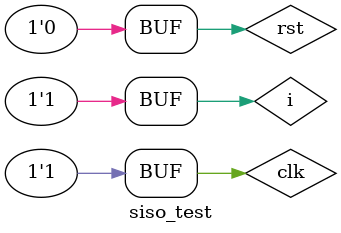
<source format=v>
`timescale 1ns / 1ps


module siso_test;

	// Inputs
	reg i;
	reg rst;
	reg clk;
	// Outputs
	wire o;

	// Instantiate the Unit Under Test (UUT)
	siso uut (
		.i(i), 
		.o(o), 
		.rst(rst),
		.clk(clk)
	);

	initial begin
		
		clk = 0; #10; i = 1; clk = 1;
		rst = 0;	#10;
		clk = 0; #10; i = 0; clk = 1;	#10;
		clk = 0;	#10; i = 1;	clk = 1;	#10;
		clk = 0;	#10; i = 0;	clk = 1;	#10;
		clk = 0;	#10; i = 1;	clk = 1;
		
	end
      
endmodule


</source>
